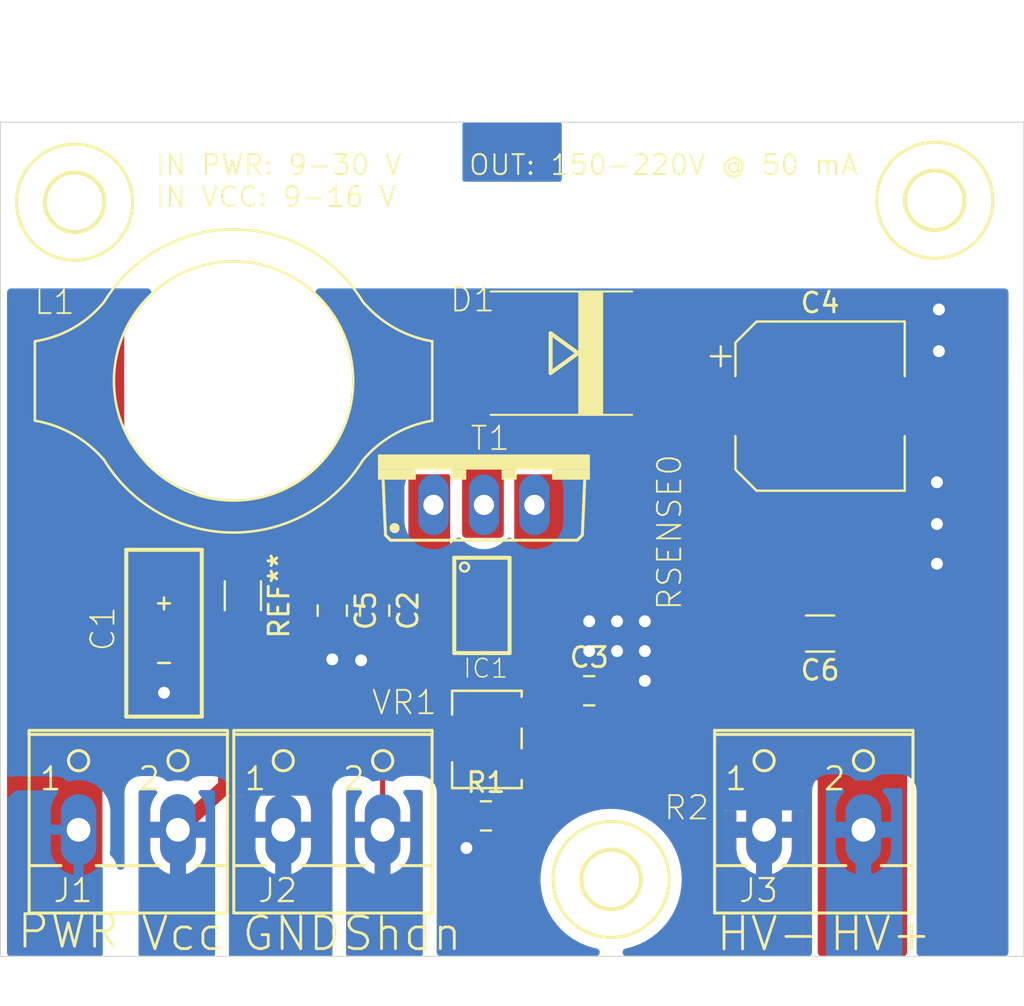
<source format=kicad_pcb>
(kicad_pcb (version 20240108) (generator "pcbnew") (generator_version "8.0")
  (layers (0 "F.Cu" signal) (31 "B.Cu" signal) (34 "B.Paste" user) (35 "F.Paste" user) (36 "B.SilkS" user "B.Silkscreen") (37 "F.SilkS" user "F.Silkscreen") (38 "B.Mask" user) (39 "F.Mask" user) (44 "Edge.Cuts" user))
  (net 0 "")
  (net 1 "PWR")
  (net 2 "VCC")
  (net 3 "VOUT")
  (net 4 "N$8")
  (net 5 "EXT")
  (net 6 "SHDN")
  (net 7 "N$15")
  (net 8 "N$17")
  (net 9 "DGND")
  (net 10 "N$3")
  (net 11 "N$2")
  (footprint "SCREW-2-02" (layer "F.Cu") (at 163.6811 119.6336)
    (property "Reference" "J3" (at -3.8462 3.7338 0) (layer "F.SilkS") (effects (font (size 1.1557 1.1557) (thickness 0.1143)) (justify left bottom)))
    (property "Value" "")
    (fp_line (start -4.989 -4.801) (end -4.989 -5.004) (stroke (width 0.1524)) (layer "F.SilkS"))
    (fp_line (start -4.989 -4.801) (end 4.993 -4.801) (stroke (width 0.1524)) (layer "F.SilkS"))
    (fp_line (start -4.989 1.803) (end -4.989 -4.801) (stroke (width 0.1524)) (layer "F.SilkS"))
    (fp_line (start -4.989 1.803) (end -3.389 1.803) (stroke (width 0.1524)) (layer "F.SilkS"))
    (fp_line (start -4.989 4.191) (end -4.989 1.803) (stroke (width 0.1524)) (layer "F.SilkS"))
    (fp_line (start -4.989 4.191) (end 4.993 4.191) (stroke (width 0.1524)) (layer "F.SilkS"))
    (fp_line (start -1.611 1.803) (end 1.615 1.803) (stroke (width 0.1524)) (layer "F.SilkS"))
    (fp_line (start 3.393 1.803) (end 4.993 1.803) (stroke (width 0.1524)) (layer "F.SilkS"))
    (fp_line (start 4.993 -5.004) (end -4.989 -5.004) (stroke (width 0.1524)) (layer "F.SilkS"))
    (fp_line (start 4.993 -5.004) (end 4.993 -4.801) (stroke (width 0.1524)) (layer "F.SilkS"))
    (fp_line (start 4.993 -4.801) (end 4.993 1.803) (stroke (width 0.1524)) (layer "F.SilkS"))
    (fp_line (start 4.993 1.803) (end 4.993 4.191) (stroke (width 0.1524)) (layer "F.SilkS"))
    (fp_circle (center -2.5 -3.4798) (end -1.992 -3.4798) (stroke (width 0.1524)) (fill none) (layer "F.SilkS"))
    (fp_circle (center 2.5038 -3.4798) (end 3.0118 -3.4798) (stroke (width 0.1524)) (fill none) (layer "F.SilkS"))
    (fp_text user "1" (at -4.532 -1.905 0) (layer "F.SilkS") (effects (font (size 1.143 1.143) (thickness 0.127)) (justify left bottom)))
    (fp_text user "2" (at 0.421 -1.905 0) (layer "F.SilkS") (effects (font (size 1.143 1.143) (thickness 0.127)) (justify left bottom)))
    (pad "1" thru_hole oval (at -2.5 0 90) (size 3.5814 1.7907) (drill 1.1938) (layers "*.Cu" "*.Mask") (net 9 "DGND"))
    (pad "2" thru_hole oval (at 2.5 0 90) (size 3.5814 1.7907) (drill 1.1938) (layers "*.Cu" "*.Mask") (net 3 "VOUT"))
  )
  (footprint "C-EIA-7343" (layer "F.Cu") (at 130.9811 109.7336 -90)
    (property "Reference" "C1" (at 0.994 2.392 90) (layer "F.SilkS") (effects (font (size 1.176528 1.176528) (thickness 0.093472)) (justify left bottom)))
    (property "Value" "100uF,35V")
    (fp_line (start -4.2 1.9) (end 4.2 1.9) (stroke (width 0.2032)) (layer "F.SilkS"))
    (fp_line (start 1.5 0.3) (end 1.5 -0.3) (stroke (width 0.127)) (layer "F.SilkS"))
    (fp_line (start -1.8 0) (end -1.2 0) (stroke (width 0.127)) (layer "F.SilkS"))
    (fp_line (start -1.5 -0.3) (end -1.5 0.3) (stroke (width 0.127)) (layer "F.SilkS"))
    (fp_line (start -4.2 -1.9) (end -4.2 1.9) (stroke (width 0.2032)) (layer "F.SilkS"))
    (fp_line (start -4.2 -1.9) (end 4.2 -1.9) (stroke (width 0.2032)) (layer "F.SilkS"))
    (fp_line (start 4.2 -1.9) (end 4.2 1.9) (stroke (width 0.2032)) (layer "F.SilkS"))
    (pad "+" smd rect (at -3 0 270) (size 2 3) (layers "F.Cu" "F.Paste" "F.Mask") (net 1 "PWR"))
    (pad "-" smd rect (at 3 0 270) (size 2 3) (layers "F.Cu" "F.Paste" "F.Mask") (net 9 "DGND"))
  )
  (footprint "SMC" (layer "F.Cu") (at 150.9811 95.6336 180)
    (property "Reference" "D1" (at 5.685 2.001 0) (layer "F.SilkS") (effects (font (size 1.176528 1.176528) (thickness 0.093472)) (justify left bottom)))
    (property "Value" "ES2F")
    (fp_line (start 0.543 1) (end 0.543 -1) (stroke (width 0.2032)) (layer "F.SilkS"))
    (fp_line (start 0.543 -1) (end -0.83 0) (stroke (width 0.2032)) (layer "F.SilkS"))
    (fp_line (start -0.83 0) (end 0.543 1) (stroke (width 0.2032)) (layer "F.SilkS"))
    (fp_line (start -3.5606 3.105) (end 3.5606 3.105) (stroke (width 0.1016)) (layer "F.SilkS"))
    (fp_line (start -3.5606 -3.105) (end 3.5606 -3.105) (stroke (width 0.1016)) (layer "F.SilkS"))
    (fp_poly (pts (xy -2.1 3.1) (xy -0.85 3.1) (xy -0.85 -3.1) (xy -2.1 -3.1)) (fill solid) (layer "F.SilkS"))
    (pad "A" smd rect (at 3.7 0 180) (size 2.8 3.8) (layers "F.Cu" "F.Paste" "F.Mask") (net 7 "N$15"))
    (pad "C" smd rect (at -3.7 0 180) (size 2.8 3.8) (layers "F.Cu" "F.Paste" "F.Mask") (net 3 "VOUT"))
  )
  (footprint "L-B82479" (layer "F.Cu") (at 134.4811 97.0336)
    (property "Reference" "L1" (at -10.112 -3.27 0) (layer "F.SilkS") (effects (font (size 1.176528 1.176528) (thickness 0.093472)) (justify left bottom)))
    (property "Value" "100uH")
    (fp_line (start -10 -2) (end -10 2) (stroke (width 0.127)) (layer "F.SilkS"))
    (fp_line (start 10 2) (end 10 -2) (stroke (width 0.127)) (layer "F.SilkS"))
    (fp_arc (start -10 2) (mid -8.071649 2.687886) (end -6.5 3.999999) (stroke (width 0.127)) (layer "F.SilkS"))
    (fp_arc (start -6.5 -4) (mid -8.062399 -2.671698) (end -10 -2) (stroke (width 0.127)) (layer "F.SilkS"))
    (fp_arc (start -6.5 -4) (mid 0 -7.632169) (end 6.5 -4) (stroke (width 0.127)) (layer "F.SilkS"))
    (fp_arc (start 6.5 4) (mid 0 7.632169) (end -6.5 4) (stroke (width 0.127)) (layer "F.SilkS"))
    (fp_arc (start 6.5 4) (mid 8.071647 2.687883) (end 9.999999 2) (stroke (width 0.127)) (layer "F.SilkS"))
    (fp_arc (start 9.999999 -2) (mid 8.071652 -2.687891) (end 6.5 -4) (stroke (width 0.127)) (layer "F.SilkS"))
    (fp_circle (center 0 0) (end 6.0207 0) (stroke (width 0.127)) (fill none) (layer "F.SilkS"))
    (pad "P$1" smd rect (at -8 0) (size 3.5 3) (layers "F.Cu" "F.Paste" "F.Mask") (net 1 "PWR"))
    (pad "P$2" smd rect (at 8 0) (size 3.5 3) (layers "F.Cu" "F.Paste" "F.Mask") (net 7 "N$15"))
  )
  (footprint "Capacitor_SMD:C_1206_3216Metric" (layer "F.Cu") (at 164 109.75 180)
    (property "Reference" "C6" (at 0 -1.85 180) (layer "F.SilkS"))
    (property "Value" "100n,250V")
    (fp_line (start -0.711252 0.91) (end 0.711252 0.91) (stroke (width 0.12)) (layer "F.SilkS"))
    (fp_line (start -0.711252 -0.91) (end 0.711252 -0.91) (stroke (width 0.12)) (layer "F.SilkS"))
    (pad "1" smd roundrect (at -1.475 0 180) (size 1.15 1.8) (layers "F.Cu" "F.Paste" "F.Mask") (roundrect_rratio 0.217391) (net 9 "DGND"))
    (pad "2" smd roundrect (at 1.475 0 180) (size 1.15 1.8) (layers "F.Cu" "F.Paste" "F.Mask") (roundrect_rratio 0.217391) (net 3 "VOUT"))
  )
  (footprint "Capacitor_SMD:C_0805_2012Metric" (layer "F.Cu") (at 139.45 108.6 -90)
    (property "Reference" "C5" (at 0 -1.68 -90) (layer "F.SilkS"))
    (property "Value" "10uF,25V")
    (fp_line (start -0.261252 0.735) (end 0.261252 0.735) (stroke (width 0.12)) (layer "F.SilkS"))
    (fp_line (start -0.261252 -0.735) (end 0.261252 -0.735) (stroke (width 0.12)) (layer "F.SilkS"))
    (pad "1" smd roundrect (at -0.95 0 270) (size 1 1.45) (layers "F.Cu" "F.Paste" "F.Mask") (net 2 "VCC"))
    (pad "2" smd roundrect (at 0.95 0 270) (size 1 1.45) (layers "F.Cu" "F.Paste" "F.Mask") (net 9 "DGND"))
  )
  (footprint "SCREW-2-02" (layer "F.Cu") (at 129.1811 119.6336)
    (property "Reference" "J1" (at -3.8462 3.7338 0) (layer "F.SilkS") (effects (font (size 1.1557 1.1557) (thickness 0.1143)) (justify left bottom)))
    (property "Value" "")
    (fp_line (start -4.989 -4.801) (end -4.989 -5.004) (stroke (width 0.1524)) (layer "F.SilkS"))
    (fp_line (start -4.989 -4.801) (end 4.993 -4.801) (stroke (width 0.1524)) (layer "F.SilkS"))
    (fp_line (start -4.989 1.803) (end -4.989 -4.801) (stroke (width 0.1524)) (layer "F.SilkS"))
    (fp_line (start -4.989 1.803) (end -3.389 1.803) (stroke (width 0.1524)) (layer "F.SilkS"))
    (fp_line (start -4.989 4.191) (end -4.989 1.803) (stroke (width 0.1524)) (layer "F.SilkS"))
    (fp_line (start -4.989 4.191) (end 4.993 4.191) (stroke (width 0.1524)) (layer "F.SilkS"))
    (fp_line (start -1.611 1.803) (end 1.615 1.803) (stroke (width 0.1524)) (layer "F.SilkS"))
    (fp_line (start 3.393 1.803) (end 4.993 1.803) (stroke (width 0.1524)) (layer "F.SilkS"))
    (fp_line (start 4.993 -5.004) (end -4.989 -5.004) (stroke (width 0.1524)) (layer "F.SilkS"))
    (fp_line (start 4.993 -5.004) (end 4.993 -4.801) (stroke (width 0.1524)) (layer "F.SilkS"))
    (fp_line (start 4.993 -4.801) (end 4.993 1.803) (stroke (width 0.1524)) (layer "F.SilkS"))
    (fp_line (start 4.993 1.803) (end 4.993 4.191) (stroke (width 0.1524)) (layer "F.SilkS"))
    (fp_circle (center -2.5 -3.4798) (end -1.992 -3.4798) (stroke (width 0.1524)) (fill none) (layer "F.SilkS"))
    (fp_circle (center 2.5038 -3.4798) (end 3.0118 -3.4798) (stroke (width 0.1524)) (fill none) (layer "F.SilkS"))
    (fp_text user "1" (at -4.532 -1.905 0) (layer "F.SilkS") (effects (font (size 1.143 1.143) (thickness 0.127)) (justify left bottom)))
    (fp_text user "2" (at 0.421 -1.905 0) (layer "F.SilkS") (effects (font (size 1.143 1.143) (thickness 0.127)) (justify left bottom)))
    (pad "1" thru_hole oval (at -2.5 0 90) (size 3.5814 1.7907) (drill 1.1938) (layers "*.Cu" "*.Mask") (net 1 "PWR"))
    (pad "2" thru_hole oval (at 2.5 0 90) (size 3.5814 1.7907) (drill 1.1938) (layers "*.Cu" "*.Mask") (net 2 "VCC"))
  )
  (footprint "SCREW-2-02" (layer "F.Cu") (at 139.4811 119.6336)
    (property "Reference" "J2" (at -3.8462 3.7338 0) (layer "F.SilkS") (effects (font (size 1.1557 1.1557) (thickness 0.1143)) (justify left bottom)))
    (property "Value" "")
    (fp_line (start -4.989 -4.801) (end -4.989 -5.004) (stroke (width 0.1524)) (layer "F.SilkS"))
    (fp_line (start -4.989 -4.801) (end 4.993 -4.801) (stroke (width 0.1524)) (layer "F.SilkS"))
    (fp_line (start -4.989 1.803) (end -4.989 -4.801) (stroke (width 0.1524)) (layer "F.SilkS"))
    (fp_line (start -4.989 1.803) (end -3.389 1.803) (stroke (width 0.1524)) (layer "F.SilkS"))
    (fp_line (start -4.989 4.191) (end -4.989 1.803) (stroke (width 0.1524)) (layer "F.SilkS"))
    (fp_line (start -4.989 4.191) (end 4.993 4.191) (stroke (width 0.1524)) (layer "F.SilkS"))
    (fp_line (start -1.611 1.803) (end 1.615 1.803) (stroke (width 0.1524)) (layer "F.SilkS"))
    (fp_line (start 3.393 1.803) (end 4.993 1.803) (stroke (width 0.1524)) (layer "F.SilkS"))
    (fp_line (start 4.993 -5.004) (end -4.989 -5.004) (stroke (width 0.1524)) (layer "F.SilkS"))
    (fp_line (start 4.993 -5.004) (end 4.993 -4.801) (stroke (width 0.1524)) (layer "F.SilkS"))
    (fp_line (start 4.993 -4.801) (end 4.993 1.803) (stroke (width 0.1524)) (layer "F.SilkS"))
    (fp_line (start 4.993 1.803) (end 4.993 4.191) (stroke (width 0.1524)) (layer "F.SilkS"))
    (fp_circle (center -2.5 -3.4798) (end -1.992 -3.4798) (stroke (width 0.1524)) (fill none) (layer "F.SilkS"))
    (fp_circle (center 2.5038 -3.4798) (end 3.0118 -3.4798) (stroke (width 0.1524)) (fill none) (layer "F.SilkS"))
    (fp_text user "1" (at -4.532 -1.905 0) (layer "F.SilkS") (effects (font (size 1.143 1.143) (thickness 0.127)) (justify left bottom)))
    (fp_text user "2" (at 0.421 -1.905 0) (layer "F.SilkS") (effects (font (size 1.143 1.143) (thickness 0.127)) (justify left bottom)))
    (pad "1" thru_hole oval (at -2.5 0 90) (size 3.5814 1.7907) (drill 1.1938) (layers "*.Cu" "*.Mask") (net 9 "DGND"))
    (pad "2" thru_hole oval (at 2.5 0 90) (size 3.5814 1.7907) (drill 1.1938) (layers "*.Cu" "*.Mask") (net 6 "SHDN"))
  )
  (footprint "2,8" (layer "F.Cu") (at 153.4811 122.1336)
    (property "Reference" "U$4" (hide yes))
    (property "Value" "" (hide yes))
    (fp_circle (center 0 0) (end 1.5 0) (stroke (width 0.2032)) (fill none) (layer "F.SilkS"))
    (fp_circle (center 0 0) (end 2.921 0) (stroke (width 0.1524)) (fill none) (layer "F.SilkS"))
    (pad "" np_thru_hole circle (at 0 0) (size 2.8 2.8) (drill 2.8) (layers "*.Cu" "*.Mask"))
    (zone (net 0) (net_name "") (layer "F.Cu") (connect_pads (clearance 0)) (min_thickness 0.25)
      (keepout (tracks not_allowed) (vias not_allowed) (pads not_allowed) (copperpour not_allowed) (footprints allowed))
      (fill (thermal_gap 0.5) (thermal_bridge_width 0.5))
      (polygon (pts (xy 157.0371 122.1336) (xy 157.016955 121.75562) (xy 156.956746 121.381923) (xy 156.857158 121.016743) (xy 156.719317 120.664217) (xy 156.544786 120.32834) (xy 156.335543 120.012918) (xy 156.093957 119.721523) (xy 155.822766 119.457458) (xy 155.525044 119.223715) (xy 155.204163 119.022942) (xy 154.863759 118.857415) (xy 154.507689 118.729007) (xy 154.139987 118.639175) (xy 153.764819 118.588937) (xy 153.386437 118.57886) (xy 153.009128 118.609061) (xy 152.637166 118.679195) (xy 152.274767 118.78847) (xy 151.926035 118.935646) (xy 151.594923 119.119056) (xy 151.285182 119.336623) (xy 151.000322 119.58588) (xy 150.74357 119.864004) (xy 150.517836 120.167843) (xy 150.325676 120.493955) (xy 150.169269 120.838645) (xy 150.050385 121.198007) (xy 149.970374 121.56797) (xy 149.93014 121.944342) (xy 149.93014 122.322858) (xy 149.970374 122.69923) (xy 150.050385 123.069193) (xy 150.169269 123.428555) (xy 150.325676 123.773245) (xy 150.517836 124.099357) (xy 150.74357 124.403196) (xy 151.000322 124.68132) (xy 151.285182 124.930577) (xy 151.594923 125.148144) (xy 151.926035 125.331554) (xy 152.274767 125.47873) (xy 152.637166 125.588005) (xy 153.009128 125.658139) (xy 153.386437 125.68834) (xy 153.764819 125.678263) (xy 154.139987 125.628025) (xy 154.507689 125.538193) (xy 154.863759 125.409785) (xy 155.204163 125.244258) (xy 155.525044 125.043485) (xy 155.822766 124.809742) (xy 156.093957 124.545677) (xy 156.335543 124.254282) (xy 156.544786 123.93886) (xy 156.719317 123.602983) (xy 156.857158 123.250457) (xy 156.956746 122.885277) (xy 157.016955 122.51158)))
      (polygon (pts (xy 155.0051 122.1336) (xy 154.985365 121.889133) (xy 154.92667 121.650998) (xy 154.830535 121.425362) (xy 154.699451 121.218069) (xy 154.536812 121.034487) (xy 154.346831 120.879373) (xy 154.134427 120.756742) (xy 153.905103 120.66977) (xy 153.664798 120.620712) (xy 153.419735 120.610836) (xy 153.176261 120.640399) (xy 152.940682 120.708635) (xy 152.7191 120.813777) (xy 152.517253 120.953102) (xy 152.34037 121.123001) (xy 152.19303 121.319074) (xy 152.079051 121.536243) (xy 152.001385 121.768883) (xy 151.962042 122.010969) (xy 151.962042 122.256231) (xy 152.001385 122.498317) (xy 152.079051 122.730957) (xy 152.19303 122.948126) (xy 152.34037 123.144199) (xy 152.517253 123.314098) (xy 152.7191 123.453423) (xy 152.940682 123.558565) (xy 153.176261 123.626801) (xy 153.419735 123.656364) (xy 153.664798 123.646488) (xy 153.905103 123.59743) (xy 154.134427 123.510458) (xy 154.346831 123.387827) (xy 154.536812 123.232713) (xy 154.699451 123.049131) (xy 154.830535 122.841838) (xy 154.92667 122.616202) (xy 154.985365 122.378067)))
    )
    (zone (net 0) (net_name "") (layer "B.Cu") (connect_pads (clearance 0)) (min_thickness 0.25)
      (keepout (tracks not_allowed) (vias not_allowed) (pads not_allowed) (copperpour not_allowed) (footprints allowed))
      (fill (thermal_gap 0.5) (thermal_bridge_width 0.5))
      (polygon (pts (xy 157.0371 122.1336) (xy 157.016955 121.75562) (xy 156.956746 121.381923) (xy 156.857158 121.016743) (xy 156.719317 120.664217) (xy 156.544786 120.32834) (xy 156.335543 120.012918) (xy 156.093957 119.721523) (xy 155.822766 119.457458) (xy 155.525044 119.223715) (xy 155.204163 119.022942) (xy 154.863759 118.857415) (xy 154.507689 118.729007) (xy 154.139987 118.639175) (xy 153.764819 118.588937) (xy 153.386437 118.57886) (xy 153.009128 118.609061) (xy 152.637166 118.679195) (xy 152.274767 118.78847) (xy 151.926035 118.935646) (xy 151.594923 119.119056) (xy 151.285182 119.336623) (xy 151.000322 119.58588) (xy 150.74357 119.864004) (xy 150.517836 120.167843) (xy 150.325676 120.493955) (xy 150.169269 120.838645) (xy 150.050385 121.198007) (xy 149.970374 121.56797) (xy 149.93014 121.944342) (xy 149.93014 122.322858) (xy 149.970374 122.69923) (xy 150.050385 123.069193) (xy 150.169269 123.428555) (xy 150.325676 123.773245) (xy 150.517836 124.099357) (xy 150.74357 124.403196) (xy 151.000322 124.68132) (xy 151.285182 124.930577) (xy 151.594923 125.148144) (xy 151.926035 125.331554) (xy 152.274767 125.47873) (xy 152.637166 125.588005) (xy 153.009128 125.658139) (xy 153.386437 125.68834) (xy 153.764819 125.678263) (xy 154.139987 125.628025) (xy 154.507689 125.538193) (xy 154.863759 125.409785) (xy 155.204163 125.244258) (xy 155.525044 125.043485) (xy 155.822766 124.809742) (xy 156.093957 124.545677) (xy 156.335543 124.254282) (xy 156.544786 123.93886) (xy 156.719317 123.602983) (xy 156.857158 123.250457) (xy 156.956746 122.885277) (xy 157.016955 122.51158)))
      (polygon (pts (xy 155.0051 122.1336) (xy 154.985365 121.889133) (xy 154.92667 121.650998) (xy 154.830535 121.425362) (xy 154.699451 121.218069) (xy 154.536812 121.034487) (xy 154.346831 120.879373) (xy 154.134427 120.756742) (xy 153.905103 120.66977) (xy 153.664798 120.620712) (xy 153.419735 120.610836) (xy 153.176261 120.640399) (xy 152.940682 120.708635) (xy 152.7191 120.813777) (xy 152.517253 120.953102) (xy 152.34037 121.123001) (xy 152.19303 121.319074) (xy 152.079051 121.536243) (xy 152.001385 121.768883) (xy 151.962042 122.010969) (xy 151.962042 122.256231) (xy 152.001385 122.498317) (xy 152.079051 122.730957) (xy 152.19303 122.948126) (xy 152.34037 123.144199) (xy 152.517253 123.314098) (xy 152.7191 123.453423) (xy 152.940682 123.558565) (xy 153.176261 123.626801) (xy 153.419735 123.656364) (xy 153.664798 123.646488) (xy 153.905103 123.59743) (xy 154.134427 123.510458) (xy 154.346831 123.387827) (xy 154.536812 123.232713) (xy 154.699451 123.049131) (xy 154.830535 122.841838) (xy 154.92667 122.616202) (xy 154.985365 122.378067)))
    )
  )
  (footprint "TO220BV" (layer "F.Cu") (at 147.0811 100.7336)
    (property "Reference" "T1" (at -0.7566 -0.1237 0) (layer "F.SilkS") (effects (font (size 1.17856 1.17856) (thickness 0.09144)) (justify left bottom)))
    (property "Value" "IRF644PBF")
    (fp_line (start -4.953 4.064) (end -5.08 1.143) (stroke (width 0.1524)) (layer "F.SilkS"))
    (fp_line (start -4.953 4.064) (end -4.699 4.318) (stroke (width 0.1524)) (layer "F.SilkS"))
    (fp_line (start 4.699 4.318) (end -4.699 4.318) (stroke (width 0.1524)) (layer "F.SilkS"))
    (fp_line (start 4.699 4.318) (end 4.953 4.064) (stroke (width 0.1524)) (layer "F.SilkS"))
    (fp_line (start 5.08 1.143) (end 4.953 4.064) (stroke (width 0.1524)) (layer "F.SilkS"))
    (fp_circle (center -4.4958 3.7084) (end -4.3688 3.7084) (stroke (width 0.254)) (fill solid) (layer "F.SilkS"))
    (fp_poly (pts (xy -5.334 0.762) (xy 5.334 0.762) (xy 5.334 0) (xy -5.334 0)) (fill solid) (layer "F.SilkS"))
    (fp_poly (pts (xy -5.334 1.27) (xy -3.429 1.27) (xy -3.429 0.762) (xy -5.334 0.762)) (fill solid) (layer "F.SilkS"))
    (fp_poly (pts (xy -1.651 1.27) (xy -0.889 1.27) (xy -0.889 0.762) (xy -1.651 0.762)) (fill solid) (layer "F.SilkS"))
    (fp_poly (pts (xy 0.889 1.27) (xy 1.651 1.27) (xy 1.651 0.762) (xy 0.889 0.762)) (fill solid) (layer "F.SilkS"))
    (fp_poly (pts (xy 3.429 1.27) (xy 5.334 1.27) (xy 5.334 0.762) (xy 3.429 0.762)) (fill solid) (layer "F.SilkS"))
    (pad "D" thru_hole oval (at 0 2.54 90) (size 3.048 1.524) (drill 1.016) (layers "*.Cu" "*.Mask") (net 7 "N$15"))
    (pad "G" thru_hole oval (at -2.54 2.54 90) (size 3.048 1.524) (drill 1.016) (layers "*.Cu" "*.Mask") (net 5 "EXT"))
    (pad "S" thru_hole oval (at 2.54 2.54 90) (size 3.048 1.524) (drill 1.016) (layers "*.Cu" "*.Mask") (net 11 "N$2"))
  )
  (footprint "Capacitor_SMD:C_0805_2012Metric" (layer "F.Cu") (at 147.1811 118.9336)
    (property "Reference" "R1" (at 0 -1.68 0) (layer "F.SilkS"))
    (property "Value" "10K")
    (fp_line (start -0.261252 -0.735) (end 0.261252 -0.735) (stroke (width 0.12)) (layer "F.SilkS"))
    (fp_line (start -0.261252 0.735) (end 0.261252 0.735) (stroke (width 0.12)) (layer "F.SilkS"))
    (pad "1" smd roundrect (at -0.95 0) (size 1 1.45) (layers "F.Cu" "F.Paste" "F.Mask") (net 9 "DGND"))
    (pad "2" smd roundrect (at 0.95 0) (size 1 1.45) (layers "F.Cu" "F.Paste" "F.Mask") (net 10 "N$3"))
  )
  (footprint "2,8" (layer "F.Cu") (at 126.4811 88.0336)
    (property "Reference" "U$2" (hide yes))
    (property "Value" "" (hide yes))
    (fp_circle (center 0 0) (end 1.5 0) (stroke (width 0.2032)) (fill none) (layer "F.SilkS"))
    (fp_circle (center 0 0) (end 2.921 0) (stroke (width 0.1524)) (fill none) (layer "F.SilkS"))
    (pad "" np_thru_hole circle (at 0 0) (size 2.8 2.8) (drill 2.8) (layers "*.Cu" "*.Mask"))
    (zone (net 0) (net_name "") (layer "F.Cu") (connect_pads (clearance 0)) (min_thickness 0.25)
      (keepout (tracks not_allowed) (vias not_allowed) (pads not_allowed) (copperpour not_allowed) (footprints allowed))
      (fill (thermal_gap 0.5) (thermal_bridge_width 0.5))
      (polygon (pts (xy 130.0371 88.0336) (xy 130.016955 87.65562) (xy 129.956746 87.281923) (xy 129.857158 86.916743) (xy 129.719317 86.564217) (xy 129.544786 86.22834) (xy 129.335543 85.912918) (xy 129.093957 85.621523) (xy 128.822766 85.357458) (xy 128.525044 85.123715) (xy 128.204163 84.922942) (xy 127.863759 84.757415) (xy 127.507689 84.629007) (xy 127.139987 84.539175) (xy 126.764819 84.488937) (xy 126.386437 84.47886) (xy 126.009128 84.509061) (xy 125.637166 84.579195) (xy 125.274767 84.68847) (xy 124.926035 84.835646) (xy 124.594923 85.019056) (xy 124.285182 85.236623) (xy 124.000322 85.48588) (xy 123.74357 85.764004) (xy 123.517836 86.067843) (xy 123.325676 86.393955) (xy 123.169269 86.738645) (xy 123.050385 87.098007) (xy 122.970374 87.46797) (xy 122.93014 87.844342) (xy 122.93014 88.222858) (xy 122.970374 88.59923) (xy 123.050385 88.969193) (xy 123.169269 89.328555) (xy 123.325676 89.673245) (xy 123.517836 89.999357) (xy 123.74357 90.303196) (xy 124.000322 90.58132) (xy 124.285182 90.830577) (xy 124.594923 91.048144) (xy 124.926035 91.231554) (xy 125.274767 91.37873) (xy 125.637166 91.488005) (xy 126.009128 91.558139) (xy 126.386437 91.58834) (xy 126.764819 91.578263) (xy 127.139987 91.528025) (xy 127.507689 91.438193) (xy 127.863759 91.309785) (xy 128.204163 91.144258) (xy 128.525044 90.943485) (xy 128.822766 90.709742) (xy 129.093957 90.445677) (xy 129.335543 90.154282) (xy 129.544786 89.83886) (xy 129.719317 89.502983) (xy 129.857158 89.150457) (xy 129.956746 88.785277) (xy 130.016955 88.41158)))
      (polygon (pts (xy 128.0051 88.0336) (xy 127.985365 87.789133) (xy 127.92667 87.550998) (xy 127.830535 87.325362) (xy 127.699451 87.118069) (xy 127.536812 86.934487) (xy 127.346831 86.779373) (xy 127.134427 86.656742) (xy 126.905103 86.56977) (xy 126.664798 86.520712) (xy 126.419735 86.510836) (xy 126.176261 86.540399) (xy 125.940682 86.608635) (xy 125.7191 86.713777) (xy 125.517253 86.853102) (xy 125.34037 87.023001) (xy 125.19303 87.219074) (xy 125.079051 87.436243) (xy 125.001385 87.668883) (xy 124.962042 87.910969) (xy 124.962042 88.156231) (xy 125.001385 88.398317) (xy 125.079051 88.630957) (xy 125.19303 88.848126) (xy 125.34037 89.044199) (xy 125.517253 89.214098) (xy 125.7191 89.353423) (xy 125.940682 89.458565) (xy 126.176261 89.526801) (xy 126.419735 89.556364) (xy 126.664798 89.546488) (xy 126.905103 89.49743) (xy 127.134427 89.410458) (xy 127.346831 89.287827) (xy 127.536812 89.132713) (xy 127.699451 88.949131) (xy 127.830535 88.741838) (xy 127.92667 88.516202) (xy 127.985365 88.278067)))
    )
    (zone (net 0) (net_name "") (layer "B.Cu") (connect_pads (clearance 0)) (min_thickness 0.25)
      (keepout (tracks not_allowed) (vias not_allowed) (pads not_allowed) (copperpour not_allowed) (footprints allowed))
      (fill (thermal_gap 0.5) (thermal_bridge_width 0.5))
      (polygon (pts (xy 130.0371 88.0336) (xy 130.016955 87.65562) (xy 129.956746 87.281923) (xy 129.857158 86.916743) (xy 129.719317 86.564217) (xy 129.544786 86.22834) (xy 129.335543 85.912918) (xy 129.093957 85.621523) (xy 128.822766 85.357458) (xy 128.525044 85.123715) (xy 128.204163 84.922942) (xy 127.863759 84.757415) (xy 127.507689 84.629007) (xy 127.139987 84.539175) (xy 126.764819 84.488937) (xy 126.386437 84.47886) (xy 126.009128 84.509061) (xy 125.637166 84.579195) (xy 125.274767 84.68847) (xy 124.926035 84.835646) (xy 124.594923 85.019056) (xy 124.285182 85.236623) (xy 124.000322 85.48588) (xy 123.74357 85.764004) (xy 123.517836 86.067843) (xy 123.325676 86.393955) (xy 123.169269 86.738645) (xy 123.050385 87.098007) (xy 122.970374 87.46797) (xy 122.93014 87.844342) (xy 122.93014 88.222858) (xy 122.970374 88.59923) (xy 123.050385 88.969193) (xy 123.169269 89.328555) (xy 123.325676 89.673245) (xy 123.517836 89.999357) (xy 123.74357 90.303196) (xy 124.000322 90.58132) (xy 124.285182 90.830577) (xy 124.594923 91.048144) (xy 124.926035 91.231554) (xy 125.274767 91.37873) (xy 125.637166 91.488005) (xy 126.009128 91.558139) (xy 126.386437 91.58834) (xy 126.764819 91.578263) (xy 127.139987 91.528025) (xy 127.507689 91.438193) (xy 127.863759 91.309785) (xy 128.204163 91.144258) (xy 128.525044 90.943485) (xy 128.822766 90.709742) (xy 129.093957 90.445677) (xy 129.335543 90.154282) (xy 129.544786 89.83886) (xy 129.719317 89.502983) (xy 129.857158 89.150457) (xy 129.956746 88.785277) (xy 130.016955 88.41158)))
      (polygon (pts (xy 128.0051 88.0336) (xy 127.985365 87.789133) (xy 127.92667 87.550998) (xy 127.830535 87.325362) (xy 127.699451 87.118069) (xy 127.536812 86.934487) (xy 127.346831 86.779373) (xy 127.134427 86.656742) (xy 126.905103 86.56977) (xy 126.664798 86.520712) (xy 126.419735 86.510836) (xy 126.176261 86.540399) (xy 125.940682 86.608635) (xy 125.7191 86.713777) (xy 125.517253 86.853102) (xy 125.34037 87.023001) (xy 125.19303 87.219074) (xy 125.079051 87.436243) (xy 125.001385 87.668883) (xy 124.962042 87.910969) (xy 124.962042 88.156231) (xy 125.001385 88.398317) (xy 125.079051 88.630957) (xy 125.19303 88.848126) (xy 125.34037 89.044199) (xy 125.517253 89.214098) (xy 125.7191 89.353423) (xy 125.940682 89.458565) (xy 126.176261 89.526801) (xy 126.419735 89.556364) (xy 126.664798 89.546488) (xy 126.905103 89.49743) (xy 127.134427 89.410458) (xy 127.346831 89.287827) (xy 127.536812 89.132713) (xy 127.699451 88.949131) (xy 127.830535 88.741838) (xy 127.92667 88.516202) (xy 127.985365 88.278067)))
    )
  )
  (footprint "R2010" (layer "F.Cu") (at 154.0811 105.1336 90)
    (property "Reference" "RSENSE0" (at -3.529 3.029 90) (layer "F.SilkS") (effects (font (size 1.176528 1.176528) (thickness 0.093472)) (justify left bottom)))
    (property "Value" "0R050")
    (pad "1" smd rect (at -2.2 0 90) (size 1.8 2.7) (layers "F.Cu" "F.Paste" "F.Mask") (net 9 "DGND"))
    (pad "2" smd rect (at 2.2 0 90) (size 1.8 2.7) (layers "F.Cu" "F.Paste" "F.Mask") (net 11 "N$2"))
  )
  (footprint "Resistor_SMD:R_1206_3216Metric" (layer "F.Cu") (at 134.95 107.85 -90)
    (property "Reference" "REF**" (at 0 -1.82 90) (layer "F.SilkS"))
    (property "Value" "R_1206_3216Metric")
    (fp_line (start -0.727064 0.91) (end 0.727064 0.91) (stroke (width 0.12)) (layer "F.SilkS"))
    (fp_line (start -0.727064 -0.91) (end 0.727064 -0.91) (stroke (width 0.12)) (layer "F.SilkS"))
    (pad "1" smd roundrect (at -1.4625 0 270) (size 1.125 1.75) (layers "F.Cu" "F.Paste" "F.Mask") (roundrect_rratio 0.222222) (net 1 "PWR"))
    (pad "2" smd roundrect (at 1.4625 0 270) (size 1.125 1.75) (layers "F.Cu" "F.Paste" "F.Mask") (roundrect_rratio 0.222222) (net 2 "VCC"))
  )
  (footprint "R2512" (layer "F.Cu") (at 154.3811 115.7336)
    (property "Reference" "R2" (at 1.691 3.477 0) (layer "F.SilkS") (effects (font (size 1.176528 1.176528) (thickness 0.093472)) (justify left bottom)))
    (property "Value" "1M5")
    (pad "1" smd rect (at -2.8 0) (size 1.8 3.2) (layers "F.Cu" "F.Paste" "F.Mask") (net 4 "N$8"))
    (pad "2" smd rect (at 2.8 0) (size 1.8 3.2) (layers "F.Cu" "F.Paste" "F.Mask") (net 3 "VOUT"))
  )
  (footprint "Capacitor_SMD:CP_Elec_8x10" (layer "F.Cu") (at 164 98.3)
    (property "Reference" "C4" (at 0 -5.2 0) (layer "F.SilkS"))
    (property "Value" "4u7,250V")
    (fp_line (start -5.5 -2.51) (end -4.5 -2.51) (stroke (width 0.12)) (layer "F.SilkS"))
    (fp_line (start -5 -3.01) (end -5 -2.01) (stroke (width 0.12)) (layer "F.SilkS"))
    (fp_line (start -4.26 -3.195563) (end -4.26 -1.51) (stroke (width 0.12)) (layer "F.SilkS"))
    (fp_line (start -4.26 -3.195563) (end -3.195563 -4.26) (stroke (width 0.12)) (layer "F.SilkS"))
    (fp_line (start -4.26 3.195563) (end -4.26 1.51) (stroke (width 0.12)) (layer "F.SilkS"))
    (fp_line (start -4.26 3.195563) (end -3.195563 4.26) (stroke (width 0.12)) (layer "F.SilkS"))
    (fp_line (start -3.195563 -4.26) (end 4.26 -4.26) (stroke (width 0.12)) (layer "F.SilkS"))
    (fp_line (start -3.195563 4.26) (end 4.26 4.26) (stroke (width 0.12)) (layer "F.SilkS"))
    (fp_line (start 4.26 -4.26) (end 4.26 -1.51) (stroke (width 0.12)) (layer "F.SilkS"))
    (fp_line (start 4.26 4.26) (end 4.26 1.51) (stroke (width 0.12)) (layer "F.SilkS"))
    (pad "1" smd roundrect (at -3.25 0) (size 3.5 2.5) (layers "F.Cu" "F.Paste" "F.Mask") (roundrect_rratio 0.1) (net 3 "VOUT"))
    (pad "2" smd roundrect (at 3.25 0) (size 3.5 2.5) (layers "F.Cu" "F.Paste" "F.Mask") (roundrect_rratio 0.1) (net 9 "DGND"))
  )
  (footprint "Capacitor_SMD:C_0805_2012Metric" (layer "F.Cu") (at 152.3811 112.6336)
    (property "Reference" "C3" (at 0 -1.68 0) (layer "F.SilkS"))
    (property "Value" "100n")
    (fp_line (start -0.261252 -0.735) (end 0.261252 -0.735) (stroke (width 0.12)) (layer "F.SilkS"))
    (fp_line (start -0.261252 0.735) (end 0.261252 0.735) (stroke (width 0.12)) (layer "F.SilkS"))
    (pad "1" smd roundrect (at -0.95 0) (size 1 1.45) (layers "F.Cu" "F.Paste" "F.Mask") (net 8 "N$17"))
    (pad "2" smd roundrect (at 0.95 0) (size 1 1.45) (layers "F.Cu" "F.Paste" "F.Mask") (net 9 "DGND"))
  )
  (footprint "SO-8" (layer "F.Cu") (at 146.9811 108.3336 -90)
    (property "Reference" "IC1" (at 3.725 1.005 0) (layer "F.SilkS") (effects (font (size 0.941222 0.941222) (thickness 0.074778)) (justify left bottom)))
    (property "Value" "MAX1771ESA")
    (fp_line (start -2.4 1.392) (end -2.4 -1.392) (stroke (width 0.2032)) (layer "F.SilkS"))
    (fp_line (start 2.4 1.392) (end -2.4 1.392) (stroke (width 0.2032)) (layer "F.SilkS"))
    (fp_line (start -2.4 -1.392) (end 2.4 -1.392) (stroke (width 0.2032)) (layer "F.SilkS"))
    (fp_line (start 2.4 -1.392) (end 2.4 1.392) (stroke (width 0.2032)) (layer "F.SilkS"))
    (fp_circle (center -1.93 0.876) (end -1.7064 0.876) (stroke (width 0.127)) (fill none) (layer "F.SilkS"))
    (pad "1" smd rect (at -1.905 2.6 270) (size 0.6 2.2) (layers "F.Cu" "F.Paste" "F.Mask") (net 5 "EXT"))
    (pad "2" smd rect (at -0.635 2.6 270) (size 0.6 2.2) (layers "F.Cu" "F.Paste" "F.Mask") (net 2 "VCC"))
    (pad "3" smd rect (at 0.635 2.6 270) (size 0.6 2.2) (layers "F.Cu" "F.Paste" "F.Mask") (net 4 "N$8"))
    (pad "4" smd rect (at 1.905 2.6 270) (size 0.6 2.2) (layers "F.Cu" "F.Paste" "F.Mask") (net 6 "SHDN"))
    (pad "5" smd rect (at 1.905 -2.6 270) (size 0.6 2.2) (layers "F.Cu" "F.Paste" "F.Mask") (net 8 "N$17"))
    (pad "6" smd rect (at 0.635 -2.6 270) (size 0.6 2.2) (layers "F.Cu" "F.Paste" "F.Mask") (net 9 "DGND"))
    (pad "7" smd rect (at -0.635 -2.6 270) (size 0.6 2.2) (layers "F.Cu" "F.Paste" "F.Mask") (net 9 "DGND"))
    (pad "8" smd rect (at -1.905 -2.6 270) (size 0.6 2.2) (layers "F.Cu" "F.Paste" "F.Mask") (net 11 "N$2"))
  )
  (footprint "BOURNS-3214W" (layer "F.Cu") (at 147.2811 115.0336)
    (property "Reference" "VR1" (at -5.918 -1.12 0) (layer "F.SilkS") (effects (font (size 1.176528 1.176528) (thickness 0.093472)) (justify left bottom)))
    (property "Value" "5K")
    (fp_line (start -1.8 -2.4) (end -1.8 -1.2) (stroke (width 0.127)) (layer "F.SilkS"))
    (fp_line (start -1.8 -2.4) (end 1.7 -2.4) (stroke (width 0.127)) (layer "F.SilkS"))
    (fp_line (start -1.8 2.5) (end -1.8 1.2) (stroke (width 0.127)) (layer "F.SilkS"))
    (fp_line (start 1.7 -2.4) (end 1.7 -2.1) (stroke (width 0.127)) (layer "F.SilkS"))
    (fp_line (start 1.7 -0.5) (end 1.7 0.5) (stroke (width 0.127)) (layer "F.SilkS"))
    (fp_line (start 1.7 2.1) (end 1.7 2.5) (stroke (width 0.127)) (layer "F.SilkS"))
    (fp_line (start 1.7 2.5) (end -1.8 2.5) (stroke (width 0.127)) (layer "F.SilkS"))
    (pad "1" smd rect (at 1.4 1.3) (size 1.8 1.3) (layers "F.Cu" "F.Paste" "F.Mask") (net 10 "N$3"))
    (pad "2" smd rect (at -1.5 0) (size 1.6 2) (layers "F.Cu" "F.Paste" "F.Mask") (net 10 "N$3"))
    (pad "3" smd rect (at 1.4 -1.3) (size 1.8 1.3) (layers "F.Cu" "F.Paste" "F.Mask") (net 4 "N$8"))
  )
  (footprint "2,8" (layer "F.Cu") (at 169.7711 87.9336)
    (property "Reference" "U$3" (hide yes))
    (property "Value" "" (hide yes))
    (fp_circle (center 0 0) (end 1.5 0) (stroke (width 0.2032)) (fill none) (layer "F.SilkS"))
    (fp_circle (center 0 0) (end 2.921 0) (stroke (width 0.1524)) (fill none) (layer "F.SilkS"))
    (pad "" np_thru_hole circle (at 0 0) (size 2.8 2.8) (drill 2.8) (layers "*.Cu" "*.Mask"))
    (zone (net 0) (net_name "") (layer "F.Cu") (connect_pads (clearance 0)) (min_thickness 0.25)
      (keepout (tracks not_allowed) (vias not_allowed) (pads not_allowed) (copperpour not_allowed) (footprints allowed))
      (fill (thermal_gap 0.5) (thermal_bridge_width 0.5))
      (polygon (pts (xy 173.3271 87.9336) (xy 173.306955 87.55562) (xy 173.246746 87.181923) (xy 173.147158 86.816743) (xy 173.009317 86.464217) (xy 172.834786 86.12834) (xy 172.625543 85.812918) (xy 172.383957 85.521523) (xy 172.112766 85.257458) (xy 171.815044 85.023715) (xy 171.494163 84.822942) (xy 171.153759 84.657415) (xy 170.797689 84.529007) (xy 170.429987 84.439175) (xy 170.054819 84.388937) (xy 169.676437 84.37886) (xy 169.299128 84.409061) (xy 168.927166 84.479195) (xy 168.564767 84.58847) (xy 168.216035 84.735646) (xy 167.884923 84.919056) (xy 167.575182 85.136623) (xy 167.290322 85.38588) (xy 167.03357 85.664004) (xy 166.807836 85.967843) (xy 166.615676 86.293955) (xy 166.459269 86.638645) (xy 166.340385 86.998007) (xy 166.260374 87.36797) (xy 166.22014 87.744342) (xy 166.22014 88.122858) (xy 166.260374 88.49923) (xy 166.340385 88.869193) (xy 166.459269 89.228555) (xy 166.615676 89.573245) (xy 166.807836 89.899357) (xy 167.03357 90.203196) (xy 167.290322 90.48132) (xy 167.575182 90.730577) (xy 167.884923 90.948144) (xy 168.216035 91.131554) (xy 168.564767 91.27873) (xy 168.927166 91.388005) (xy 169.299128 91.458139) (xy 169.676437 91.48834) (xy 170.054819 91.478263) (xy 170.429987 91.428025) (xy 170.797689 91.338193) (xy 171.153759 91.209785) (xy 171.494163 91.044258) (xy 171.815044 90.843485) (xy 172.112766 90.609742) (xy 172.383957 90.345677) (xy 172.625543 90.054282) (xy 172.834786 89.73886) (xy 173.009317 89.402983) (xy 173.147158 89.050457) (xy 173.246746 88.685277) (xy 173.306955 88.31158)))
      (polygon (pts (xy 171.2951 87.9336) (xy 171.275365 87.689133) (xy 171.21667 87.450998) (xy 171.120535 87.225362) (xy 170.989451 87.018069) (xy 170.826812 86.834487) (xy 170.636831 86.679373) (xy 170.424427 86.556742) (xy 170.195103 86.46977) (xy 169.954798 86.420712) (xy 169.709735 86.410836) (xy 169.466261 86.440399) (xy 169.230682 86.508635) (xy 169.0091 86.613777) (xy 168.807253 86.753102) (xy 168.63037 86.923001) (xy 168.48303 87.119074) (xy 168.369051 87.336243) (xy 168.291385 87.568883) (xy 168.252042 87.810969) (xy 168.252042 88.056231) (xy 168.291385 88.298317) (xy 168.369051 88.530957) (xy 168.48303 88.748126) (xy 168.63037 88.944199) (xy 168.807253 89.114098) (xy 169.0091 89.253423) (xy 169.230682 89.358565) (xy 169.466261 89.426801) (xy 169.709735 89.456364) (xy 169.954798 89.446488) (xy 170.195103 89.39743) (xy 170.424427 89.310458) (xy 170.636831 89.187827) (xy 170.826812 89.032713) (xy 170.989451 88.849131) (xy 171.120535 88.641838) (xy 171.21667 88.416202) (xy 171.275365 88.178067)))
    )
    (zone (net 0) (net_name "") (layer "B.Cu") (connect_pads (clearance 0)) (min_thickness 0.25)
      (keepout (tracks not_allowed) (vias not_allowed) (pads not_allowed) (copperpour not_allowed) (footprints allowed))
      (fill (thermal_gap 0.5) (thermal_bridge_width 0.5))
      (polygon (pts (xy 173.3271 87.9336) (xy 173.306955 87.55562) (xy 173.246746 87.181923) (xy 173.147158 86.816743) (xy 173.009317 86.464217) (xy 172.834786 86.12834) (xy 172.625543 85.812918) (xy 172.383957 85.521523) (xy 172.112766 85.257458) (xy 171.815044 85.023715) (xy 171.494163 84.822942) (xy 171.153759 84.657415) (xy 170.797689 84.529007) (xy 170.429987 84.439175) (xy 170.054819 84.388937) (xy 169.676437 84.37886) (xy 169.299128 84.409061) (xy 168.927166 84.479195) (xy 168.564767 84.58847) (xy 168.216035 84.735646) (xy 167.884923 84.919056) (xy 167.575182 85.136623) (xy 167.290322 85.38588) (xy 167.03357 85.664004) (xy 166.807836 85.967843) (xy 166.615676 86.293955) (xy 166.459269 86.638645) (xy 166.340385 86.998007) (xy 166.260374 87.36797) (xy 166.22014 87.744342) (xy 166.22014 88.122858) (xy 166.260374 88.49923) (xy 166.340385 88.869193) (xy 166.459269 89.228555) (xy 166.615676 89.573245) (xy 166.807836 89.899357) (xy 167.03357 90.203196) (xy 167.290322 90.48132) (xy 167.575182 90.730577) (xy 167.884923 90.948144) (xy 168.216035 91.131554) (xy 168.564767 91.27873) (xy 168.927166 91.388005) (xy 169.299128 91.458139) (xy 169.676437 91.48834) (xy 170.054819 91.478263) (xy 170.429987 91.428025) (xy 170.797689 91.338193) (xy 171.153759 91.209785) (xy 171.494163 91.044258) (xy 171.815044 90.843485) (xy 172.112766 90.609742) (xy 172.383957 90.345677) (xy 172.625543 90.054282) (xy 172.834786 89.73886) (xy 173.009317 89.402983) (xy 173.147158 89.050457) (xy 173.246746 88.685277) (xy 173.306955 88.31158)))
      (polygon (pts (xy 171.2951 87.9336) (xy 171.275365 87.689133) (xy 171.21667 87.450998) (xy 171.120535 87.225362) (xy 170.989451 87.018069) (xy 170.826812 86.834487) (xy 170.636831 86.679373) (xy 170.424427 86.556742) (xy 170.195103 86.46977) (xy 169.954798 86.420712) (xy 169.709735 86.410836) (xy 169.466261 86.440399) (xy 169.230682 86.508635) (xy 169.0091 86.613777) (xy 168.807253 86.753102) (xy 168.63037 86.923001) (xy 168.48303 87.119074) (xy 168.369051 87.336243) (xy 168.291385 87.568883) (xy 168.252042 87.810969) (xy 168.252042 88.056231) (xy 168.291385 88.298317) (xy 168.369051 88.530957) (xy 168.48303 88.748126) (xy 168.63037 88.944199) (xy 168.807253 89.114098) (xy 169.0091 89.253423) (xy 169.230682 89.358565) (xy 169.466261 89.426801) (xy 169.709735 89.456364) (xy 169.954798 89.446488) (xy 170.195103 89.39743) (xy 170.424427 89.310458) (xy 170.636831 89.187827) (xy 170.826812 89.032713) (xy 170.989451 88.849131) (xy 171.120535 88.641838) (xy 171.21667 88.416202) (xy 171.275365 88.178067)))
    )
  )
  (footprint "Capacitor_SMD:C_0805_2012Metric" (layer "F.Cu") (at 141.5811 108.6 -90)
    (property "Reference" "C2" (at 0 -1.68 -90) (layer "F.SilkS"))
    (property "Value" "100n")
    (fp_line (start -0.261252 0.735) (end 0.261252 0.735) (stroke (width 0.12)) (layer "F.SilkS"))
    (fp_line (start -0.261252 -0.735) (end 0.261252 -0.735) (stroke (width 0.12)) (layer "F.SilkS"))
    (pad "1" smd roundrect (at -0.95 0 270) (size 1 1.45) (layers "F.Cu" "F.Paste" "F.Mask") (net 2 "VCC"))
    (pad "2" smd roundrect (at 0.95 0 270) (size 1 1.45) (layers "F.Cu" "F.Paste" "F.Mask") (net 9 "DGND"))
  )
  (gr_line (start 174.2511 84.0036) (end 122.7511 84.0036) (stroke (width 0.05)) (layer "Edge.Cuts"))
  (gr_line (start 174.2511 126.0036) (end 174.2511 84.0036) (stroke (width 0.05)) (layer "Edge.Cuts"))
  (gr_line (start 122.7511 126.0036) (end 174.2511 126.0036) (stroke (width 0.05)) (layer "Edge.Cuts"))
  (gr_line (start 122.7511 84.0036) (end 122.7511 126.0036) (stroke (width 0.05)) (layer "Edge.Cuts"))
  (gr_text "IN PWR: 9-30 V	OUT: 150-220V @ 50 mA\nIN VCC: 9-16 V" (at 130.5 88.35 0) (layer "F.SilkS") (effects (font (size 1 1) (thickness 0.1)) (justify left bottom)))
  (gr_text "Shdn" (at 139.8871 125.8236 0) (layer "F.SilkS") (effects (font (size 1.63576 1.63576) (thickness 0.14224)) (justify left bottom)))
  (gr_text "HV-" (at 158.6811 125.8336 0) (layer "F.SilkS") (effects (font (size 1.63576 1.63576) (thickness 0.14224)) (justify left bottom)))
  (gr_text "Vcc" (at 129.7271 125.8236 0) (layer "F.SilkS") (effects (font (size 1.63576 1.63576) (thickness 0.14224)) (justify left bottom)))
  (gr_text "HV+" (at 164.3811 125.8336 0) (layer "F.SilkS") (effects (font (size 1.63576 1.63576) (thickness 0.14224)) (justify left bottom)))
  (gr_text "PWR" (at 123.5 125.7 0) (layer "F.SilkS") (effects (font (size 1.63576 1.63576) (thickness 0.14224)) (justify left bottom)))
  (gr_text "GND" (at 134.8071 125.8236 0) (layer "F.SilkS") (effects (font (size 1.63576 1.63576) (thickness 0.14224)) (justify left bottom)))
  (segment (start 134.95 106.3875) (end 131.3272 106.3875) (width 0.6) (layer "F.Cu") (net 1))
  (segment (start 131.3272 106.3875) (end 130.9811 106.7336) (width 0.6) (layer "F.Cu") (net 1))
  (segment (start 126.6811 119.6336) (end 126.6811 118.3689) (width 0.6) (layer "B.Cu") (net 1))
  (segment (start 134.0811 110.3) (end 136.7311 107.65) (width 0.762) (layer "F.Cu") (net 2))
  (segment (start 134.0811 116.15) (end 134.0811 110.3) (width 0.762) (layer "F.Cu") (net 2))
  (segment (start 141.5811 107.65) (end 139.45 107.65) (width 0.6) (layer "F.Cu") (net 2))
  (segment (start 134.0811 117.4336) (end 134.0811 116.15) (width 0.762) (layer "F.Cu") (net 2))
  (segment (start 131.6811 119.6336) (end 134.0811 117.4336) (width 0.762) (layer "F.Cu") (net 2))
  (segment (start 136.7311 107.65) (end 139.45 107.65) (width 0.762) (layer "F.Cu") (net 2))
  (segment (start 141.6311 107.7) (end 144.3797 107.7) (width 0.6) (layer "F.Cu") (net 2))
  (segment (start 144.3797 107.7) (end 144.3811 107.6986) (width 0.6) (layer "F.Cu") (net 2))
  (segment (start 141.5811 107.65) (end 141.6311 107.7) (width 0.6) (layer "F.Cu") (net 2))
  (segment (start 146.3161 108.9686) (end 144.3811 108.9686) (width 0.254) (layer "F.Cu") (net 4))
  (segment (start 148.6811 113.4336) (end 148.6811 113.7336) (width 0.254) (layer "F.Cu") (net 4))
  (segment (start 150.7811 114.3336) (end 151.5811 115.7336) (width 0.254) (layer "F.Cu") (net 4))
  (segment (start 147.5811 113.4336) (end 146.9811 112.8336) (width 0.254) (layer "F.Cu") (net 4))
  (segment (start 148.6811 113.7336) (end 149.4811 114.3336) (width 0.254) (layer "F.Cu") (net 4))
  (segment (start 149.4811 114.3336) (end 150.7811 114.3336) (width 0.254) (layer "F.Cu") (net 4))
  (segment (start 146.9811 112.8336) (end 146.9811 109.6336) (width 0.254) (layer "F.Cu") (net 4))
  (segment (start 147.5811 113.4336) (end 148.6811 113.4336) (width 0.254) (layer "F.Cu") (net 4))
  (segment (start 146.9811 109.6336) (end 146.3161 108.9686) (width 0.254) (layer "F.Cu") (net 4))
  (segment (start 141.9811 111.4953) (end 143.1811 110.2953) (width 0.254) (layer "F.Cu") (net 6))
  (segment (start 141.9811 119.6336) (end 141.9811 111.4953) (width 0.254) (layer "F.Cu") (net 6))
  (segment (start 143.1811 110.2953) (end 144.3811 110.2386) (width 0.254) (layer "F.Cu") (net 6))
  (segment (start 149.5811 111.6386) (end 149.5811 110.2386) (width 0.254) (layer "F.Cu") (net 8))
  (segment (start 150.2811 112.6336) (end 151.4311 112.6336) (width 0.254) (layer "F.Cu") (net 8))
  (segment (start 149.9811 112.2336) (end 150.2811 112.6336) (width 0.254) (layer "F.Cu") (net 8))
  (segment (start 149.5811 111.6386) (end 149.9811 112.2336) (width 0.254) (layer "F.Cu") (net 8))
  (segment (start 140.9 111.1) (end 141.55 110.45) (width 0.6) (layer "F.Cu") (net 9))
  (segment (start 146.2 120.55) (end 146.2 118.9647) (width 0.6) (layer "F.Cu") (net 9))
  (segment (start 139.45 111.05) (end 139.45 109.55) (width 0.6) (layer "F.Cu") (net 9))
  (segment (start 141.55 110.45) (end 141.55 109.5811) (width 0.6) (layer "F.Cu") (net 9))
  (segment (start 146.2 118.9647) (end 146.2311 118.9336) (width 0.6) (layer "F.Cu") (net 9))
  (segment (start 141.55 109.5811) (end 141.5811 109.55) (width 0.6) (layer "F.Cu") (net 9))
  (via (at 153.7811 110.6336) (size 1.0064) (drill 0.6) (layers "F.Cu" "B.Cu") (net 9))
  (via (at 139.45 111.05) (size 1) (drill 0.6) (layers "F.Cu" "B.Cu") (net 9))
  (via (at 152.3811 109.1336) (size 1.0064) (drill 0.6) (layers "F.Cu" "B.Cu") (net 9))
  (via (at 146.2 120.55) (size 1.016) (drill 0.6) (layers "F.Cu" "B.Cu") (net 9))
  (via (at 153.7811 109.1336) (size 1.0064) (drill 0.6) (layers "F.Cu" "B.Cu") (net 9))
  (via (at 169.9811 93.4336) (size 1.0064) (drill 0.6) (layers "F.Cu" "B.Cu") (net 9))
  (via (at 140.9 111.1) (size 1) (drill 0.6) (layers "F.Cu" "B.Cu") (net 9))
  (via (at 169.8811 102.1336) (size 1.0064) (drill 0.6) (layers "F.Cu" "B.Cu") (net 9))
  (via (at 155.1811 112.1336) (size 1.0064) (drill 0.6) (layers "F.Cu" "B.Cu") (net 9))
  (via (at 169.8811 106.2336) (size 1.0064) (drill 0.6) (layers "F.Cu" "B.Cu") (net 9))
  (via (at 155.1811 109.1336) (size 1.0064) (drill 0.6) (layers "F.Cu" "B.Cu") (net 9))
  (via (at 169.8811 104.2336) (size 1.0064) (drill 0.6) (layers "F.Cu" "B.Cu") (net 9))
  (via (at 152.3811 110.6336) (size 1.0064) (drill 0.6) (layers "F.Cu" "B.Cu") (net 9))
  (via (at 130.9811 112.7336) (size 1.016) (drill 0.6) (layers "F.Cu" "B.Cu") (net 9))
  (via (at 169.9811 95.5336) (size 1.0064) (drill 0.6) (layers "F.Cu" "B.Cu") (net 9))
  (via (at 155.1811 110.6336) (size 1.0064) (drill 0.6) (layers "F.Cu" "B.Cu") (net 9))
  (segment (start 148.6811 115.0336) (end 145.7811 115.0336) (width 0.254) (layer "F.Cu") (net 10))
  (segment (start 148.6811 117.5336) (end 148.6811 116.3336) (width 0.254) (layer "F.Cu") (net 10))
  (segment (start 148.6811 116.3336) (end 148.6811 115.0336) (width 0.254) (layer "F.Cu") (net 10))
  (segment (start 148.1311 118.9336) (end 148.1311 117.5336) (width 0.254) (layer "F.Cu") (net 10))
  (segment (start 148.1311 117.5336) (end 148.6811 117.5336) (width 0.254) (layer "F.Cu") (net 10))
  (zone (net 11) (net_name "N$2") (layer "F.Cu") (priority 6) (connect_pads yes (clearance 0.000001)) (min_thickness 0.4) (fill yes (thermal_gap 0.5) (thermal_bridge_width 0.5))
    (polygon (pts (xy 155.9811 105.2336) (xy 150.9811 105.2336) (xy 150.9811 106.7336) (xy 148.6081 106.7336) (xy 148.6081 101.7336) (xy 155.9811 101.7336)))
  )
  (zone (net 3) (net_name "VOUT") (layer "F.Cu") (priority 4) (connect_pads yes (clearance 0.01)) (min_thickness 0.4) (fill yes (thermal_gap 0.5) (thermal_bridge_width 0.5))
    (polygon (pts (xy 162.5811 113.5336) (xy 168.3811 113.5336) (xy 168.3811 126.0836) (xy 163.8811 126.0836) (xy 163.8811 117.1336) (xy 156.6811 117.1336) (xy 156.6811 98.7336) (xy 152.6811 98.7336) (xy 152.6811 92.4336) (xy 162.5811 92.4336)))
  )
  (zone (net 5) (net_name "EXT") (layer "F.Cu") (priority 6) (connect_pads yes (clearance 0.000001)) (min_thickness 0.2032) (fill yes (thermal_gap 0.5) (thermal_bridge_width 0.5))
    (polygon (pts (xy 145.3843 106.7368) (xy 143.2779 106.7368) (xy 143.2779 101.7304) (xy 145.3843 101.7304)))
  )
  (zone (net 7) (net_name "N$15") (layer "F.Cu") (priority 4) (connect_pads yes (clearance 0.000001)) (min_thickness 0.4) (fill yes (thermal_gap 0.5) (thermal_bridge_width 0.5))
    (polygon (pts (xy 149.1811 101.0336) (xy 148.0811 101.0336) (xy 148.0811 104.9336) (xy 145.9811 104.9336) (xy 145.9811 101.0336) (xy 141.5811 101.0336) (xy 141.5811 98.5336) (xy 140.5811 98.5336) (xy 140.5811 95.1336) (xy 141.5811 95.1336) (xy 141.5811 92.4336) (xy 149.1811 92.4336)))
  )
  (zone (net 9) (net_name "DGND") (layer "F.Cu") (priority 6) (connect_pads yes (clearance 0.000001)) (min_thickness 0.4) (fill yes (thermal_gap 0.5) (thermal_bridge_width 0.5))
    (polygon (pts (xy 155.9811 113.5336) (xy 152.6811 113.5336) (xy 152.6811 111.3336) (xy 151.5811 111.3336) (xy 151.5811 109.2336) (xy 149.5811 109.2336) (xy 149.5811 107.4336) (xy 151.6811 107.4336) (xy 151.6811 106.1336) (xy 155.9811 106.1336)))
  )
  (zone (net 9) (net_name "DGND") (layer "F.Cu") (priority 4) (connect_pads yes (clearance 0.000001)) (min_thickness 0.4) (fill yes (thermal_gap 0.5) (thermal_bridge_width 0.5))
    (polygon (pts (xy 173.378978 112.0336) (xy 165.4811 112.0336) (xy 165.4811 92.4336) (xy 173.483233 92.4336)))
  )
  (zone (net 1) (net_name "PWR") (layer "F.Cu") (priority 4) (connect_pads yes (clearance 0.01)) (min_thickness 0.4) (fill yes (thermal_gap 0.5) (thermal_bridge_width 0.5))
    (polygon (pts (xy 128.9811 105) (xy 133.2811 105) (xy 133.2811 109.2) (xy 127.8811 109.2) (xy 127.8811 126) (xy 123.0811 126) (xy 123.0811 92.8) (xy 128.9811 92.8)))
  )
  (zone (net 2) (net_name "VCC") (layers "F&B.Cu") (priority 3) (connect_pads (clearance 0)) (min_thickness 0.25) (fill yes (thermal_gap 0.5) (thermal_bridge_width 0.8))
    (polygon (pts (xy 129.700347 127.478643) (xy 129.700347 117.58333) (xy 129.650347 117.63333) (xy 133.550347 117.63333) (xy 133.550347 127.438538)))
  )
  (zone (net 9) (net_name "DGND") (layers "F&B.Cu") (priority 3) (connect_pads (clearance 0)) (min_thickness 0.25) (fill yes (thermal_gap 0.5) (thermal_bridge_width 0.8))
    (polygon (pts (xy 134.250174 127.771354) (xy 134.250174 117.95) (xy 135.100174 117.916665) (xy 139.450174 117.916665) (xy 139.450174 127.717185)))
  )
  (zone (net 6) (net_name "SHDN") (layers "F&B.Cu") (priority 3) (connect_pads (clearance 0)) (min_thickness 0.25) (fill yes (thermal_gap 0.5) (thermal_bridge_width 0.8))
    (polygon (pts (xy 140.150293 127.473435) (xy 140.150293 117.578122) (xy 140.100293 117.628122) (xy 144.000293 117.628122) (xy 144.000293 127.43333)))
  )
  (zone (net 9) (net_name "DGND") (layers "F&B.Cu") (priority 3) (connect_pads (clearance 0.6)) (min_thickness 0.25) (fill yes (thermal_gap 0.5) (thermal_bridge_width 0.8))
    (polygon (pts (xy 159.25 128.5) (xy 159.25 118.604687) (xy 159.2 118.654687) (xy 163.1 118.654687) (xy 163.1 128.459895)))
  )
  (zone (net 3) (net_name "VOUT") (layer "B.Cu") (priority 3) (connect_pads (clearance 0.6)) (min_thickness 0.25) (fill yes (thermal_gap 0.5) (thermal_bridge_width 0.8))
    (polygon (pts (xy 164.3 127.390105) (xy 164.3 117.494792) (xy 164.25 117.544792) (xy 168.15 117.544792) (xy 168.15 127.35)))
  )
  (zone (net 0) (net_name "") (layer "B.Cu") (name "tr") (connect_pads yes (clearance 0)) (min_thickness 0.4)
    (keepout (tracks allowed) (vias allowed) (pads allowed) (copperpour not_allowed) (footprints allowed))
    (fill (thermal_gap 0.5) (thermal_bridge_width 0.5))
    (polygon (pts (xy 130.7 92.3) (xy 138.3 92.35) (xy 138.9 92.95) (xy 139.4 93.55) (xy 139.7 94.05) (xy 140.15 94.9) (xy 140.35 95.65) (xy 140.5 96.45) (xy 140.5 97.35) (xy 140.35 98.3) (xy 140.1 99.25) (xy 139.45 100.5) (xy 138.35 101.65) (xy 137.25 102.4) (xy 135.8 102.9) (xy 134.5 103.1) (xy 133.15 102.9) (xy 131.4 102.2) (xy 130 101.15) (xy 129.25 100.15) (xy 128.7 98.95) (xy 128.45 97.15) (xy 128.6 95.7) (xy 129.1 94.25) (xy 130.25 92.75)))
  )
  (zone (net 1) (net_name "PWR") (layer "B.Cu") (priority 3) (connect_pads (clearance 0)) (min_thickness 0.25) (fill yes (thermal_gap 0.5) (thermal_bridge_width 0.5))
    (polygon (pts (xy 123.1 127.5) (xy 123.1 118.05) (xy 123.5 117.65) (xy 127.9 117.65) (xy 127.9 127.45)))
  )
  (zone (net 9) (net_name "DGND") (layer "B.Cu") (priority 1) (connect_pads (clearance 0.6)) (min_thickness 0.25) (fill yes (thermal_gap 0.5) (thermal_bridge_width 0.5))
    (polygon (pts (xy 146 84) (xy 146 87) (xy 151 87) (xy 151 84)))
  )
  (zone (net 9) (net_name "DGND") (layer "B.Cu") (connect_pads yes (clearance 0.7)) (min_thickness 0.4) (fill yes (thermal_gap 0.5) (thermal_bridge_width 0.5))
    (polygon (pts (xy 173.4811 126.0336) (xy 123.0811 126.0336) (xy 123.0811 92.3736) (xy 173.4811 92.3736)))
  )
)
</source>
